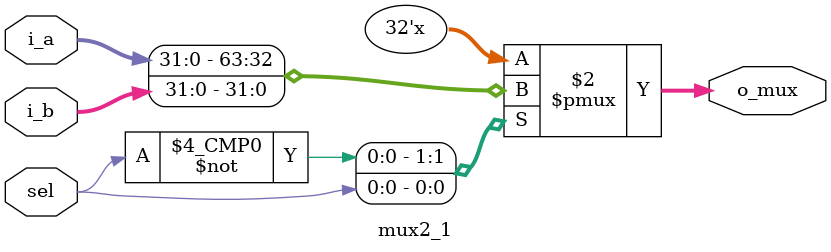
<source format=sv>
module mux2_1 (
    input logic [31:0]i_a,
    input logic [31:0]i_b,
    input logic sel,
    output logic [31:0]o_mux
);

    always_comb begin: mux2_1
        case (sel)
            0 : o_mux = i_a;
            1 : o_mux = i_b;
            default: o_mux = 32'h00000000;
        endcase
    end
    
endmodule


</source>
